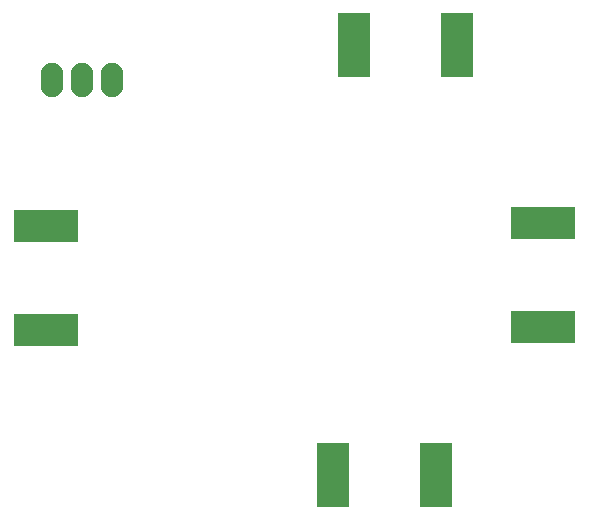
<source format=gbs>
G04 #@! TF.FileFunction,Soldermask,Bot*
%FSLAX46Y46*%
G04 Gerber Fmt 4.6, Leading zero omitted, Abs format (unit mm)*
G04 Created by KiCad (PCBNEW 4.0.2+dfsg1-stable) date Mo 13 Nov 2017 21:14:13 CET*
%MOMM*%
G01*
G04 APERTURE LIST*
%ADD10C,0.100000*%
%ADD11R,5.480000X2.820000*%
%ADD12R,2.820000X5.480000*%
%ADD13O,1.901140X2.899360*%
G04 APERTURE END LIST*
D10*
D11*
X34602000Y-80710000D03*
X34602000Y-89470000D03*
D12*
X69404000Y-65336000D03*
X60644000Y-65336000D03*
X58866000Y-101796000D03*
X67626000Y-101796000D03*
D11*
X76650000Y-89216000D03*
X76650000Y-80456000D03*
D13*
X37592000Y-68326000D03*
X35052000Y-68326000D03*
X40132000Y-68326000D03*
M02*

</source>
